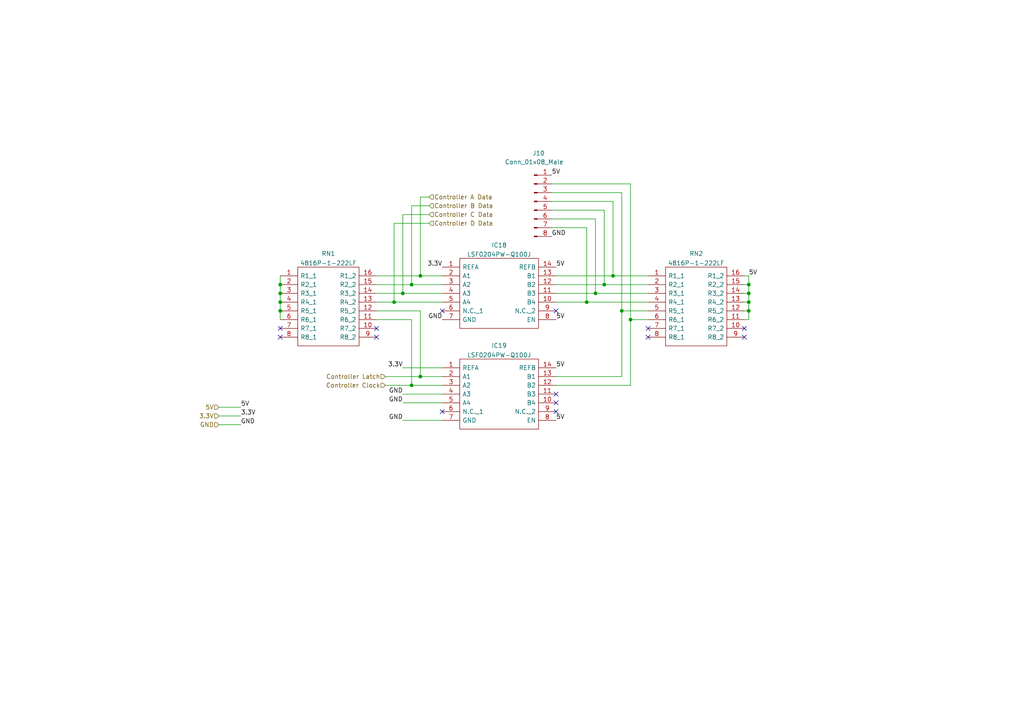
<source format=kicad_sch>
(kicad_sch (version 20211123) (generator eeschema)
  (paper "A4")
  (lib_symbols
    (symbol "Bourns:4816P-1-222LF" (pin_names (offset 0.762))
      (property "Reference" "RN" (at 24.13 7.62 0))
      (property "Value" "4816P-1-222LF" (at 24.13 5.08 0))
      (symbol "4816P-1-222LF_0_0"
        (pin passive line (at 0 0 0) (length 5.08) (name "R1_1") (number "1"))
        (pin passive line (at 27.94 -15.24 180) (length 5.08) (name "R7_2") (number "10"))
        (pin passive line (at 27.94 -12.7 180) (length 5.08) (name "R6_2") (number "11"))
        (pin passive line (at 27.94 -10.16 180) (length 5.08) (name "R5_2") (number "12"))
        (pin passive line (at 27.94 -7.62 180) (length 5.08) (name "R4_2") (number "13"))
        (pin passive line (at 27.94 -5.08 180) (length 5.08) (name "R3_2") (number "14"))
        (pin passive line (at 27.94 -2.54 180) (length 5.08) (name "R2_2") (number "15"))
        (pin passive line (at 27.94 0 180) (length 5.08) (name "R1_2") (number "16"))
        (pin passive line (at 0 -2.54 0) (length 5.08) (name "R2_1") (number "2"))
        (pin passive line (at 0 -5.08 0) (length 5.08) (name "R3_1") (number "3"))
        (pin passive line (at 0 -7.62 0) (length 5.08) (name "R4_1") (number "4"))
        (pin passive line (at 0 -10.16 0) (length 5.08) (name "R5_1") (number "5"))
        (pin passive line (at 0 -12.7 0) (length 5.08) (name "R6_1") (number "6"))
        (pin passive line (at 0 -15.24 0) (length 5.08) (name "R7_1") (number "7"))
        (pin passive line (at 0 -17.78 0) (length 5.08) (name "R8_1") (number "8"))
        (pin passive line (at 27.94 -17.78 180) (length 5.08) (name "R8_2") (number "9"))
      )
      (symbol "4816P-1-222LF_0_1"
        (polyline (pts (xy 5.08 2.54) (xy 22.86 2.54) (xy 22.86 -20.32) (xy 5.08 -20.32) (xy 5.08 2.54)) (stroke (width 0.1524)))
      )
    )
    (symbol "Connector:Conn_01x08_Male" (pin_names (offset 1.016) hide)
      (property "Reference" "J" (at 0 10.16 0))
      (property "Value" "Conn_01x08_Male" (at 0 -12.7 0))
      (symbol "Conn_01x08_Male_1_1"
        (polyline (pts (xy 1.27 -10.16) (xy 0.8636 -10.16)) (stroke (width 0.1524)))
        (polyline (pts (xy 1.27 -7.62) (xy 0.8636 -7.62)) (stroke (width 0.1524)))
        (polyline (pts (xy 1.27 -5.08) (xy 0.8636 -5.08)) (stroke (width 0.1524)))
        (polyline (pts (xy 1.27 -2.54) (xy 0.8636 -2.54)) (stroke (width 0.1524)))
        (polyline (pts (xy 1.27 0) (xy 0.8636 0)) (stroke (width 0.1524)))
        (polyline (pts (xy 1.27 2.54) (xy 0.8636 2.54)) (stroke (width 0.1524)))
        (polyline (pts (xy 1.27 5.08) (xy 0.8636 5.08)) (stroke (width 0.1524)))
        (polyline (pts (xy 1.27 7.62) (xy 0.8636 7.62)) (stroke (width 0.1524)))
        (rectangle (start 0.8636 -10.033) (end 0 -10.287) (stroke (width 0.1524)) (fill (type outline)))
        (rectangle (start 0.8636 -7.493) (end 0 -7.747) (stroke (width 0.1524)) (fill (type outline)))
        (rectangle (start 0.8636 -4.953) (end 0 -5.207) (stroke (width 0.1524)) (fill (type outline)))
        (rectangle (start 0.8636 -2.413) (end 0 -2.667) (stroke (width 0.1524)) (fill (type outline)))
        (rectangle (start 0.8636 0.127) (end 0 -0.127) (stroke (width 0.1524)) (fill (type outline)))
        (rectangle (start 0.8636 2.667) (end 0 2.413) (stroke (width 0.1524)) (fill (type outline)))
        (rectangle (start 0.8636 5.207) (end 0 4.953) (stroke (width 0.1524)) (fill (type outline)))
        (rectangle (start 0.8636 7.747) (end 0 7.493) (stroke (width 0.1524)) (fill (type outline)))
        (pin passive line (at 5.08 7.62 180) (length 3.81) (name "Pin_1") (number "1"))
        (pin passive line (at 5.08 5.08 180) (length 3.81) (name "Pin_2") (number "2"))
        (pin passive line (at 5.08 2.54 180) (length 3.81) (name "Pin_3") (number "3"))
        (pin passive line (at 5.08 0 180) (length 3.81) (name "Pin_4") (number "4"))
        (pin passive line (at 5.08 -2.54 180) (length 3.81) (name "Pin_5") (number "5"))
        (pin passive line (at 5.08 -5.08 180) (length 3.81) (name "Pin_6") (number "6"))
        (pin passive line (at 5.08 -7.62 180) (length 3.81) (name "Pin_7") (number "7"))
        (pin passive line (at 5.08 -10.16 180) (length 3.81) (name "Pin_8") (number "8"))
      )
    )
    (symbol "Nexperia:LSF0204PW-Q100J" (pin_names (offset 0.762))
      (property "Reference" "IC" (at 29.21 7.62 0))
      (property "Value" "LSF0204PW-Q100J" (at 29.21 5.08 0))
      (symbol "LSF0204PW-Q100J_0_0"
        (pin passive line (at 0 0 0) (length 5.08) (name "REFA") (number "1"))
        (pin passive line (at 33.02 -10.16 180) (length 5.08) (name "B4") (number "10"))
        (pin passive line (at 33.02 -7.62 180) (length 5.08) (name "B3") (number "11"))
        (pin passive line (at 33.02 -5.08 180) (length 5.08) (name "B2") (number "12"))
        (pin passive line (at 33.02 -2.54 180) (length 5.08) (name "B1") (number "13"))
        (pin passive line (at 33.02 0 180) (length 5.08) (name "REFB") (number "14"))
        (pin passive line (at 0 -2.54 0) (length 5.08) (name "A1") (number "2"))
        (pin passive line (at 0 -5.08 0) (length 5.08) (name "A2") (number "3"))
        (pin passive line (at 0 -7.62 0) (length 5.08) (name "A3") (number "4"))
        (pin passive line (at 0 -10.16 0) (length 5.08) (name "A4") (number "5"))
        (pin passive line (at 0 -12.7 0) (length 5.08) (name "N.C._1") (number "6"))
        (pin passive line (at 0 -15.24 0) (length 5.08) (name "GND") (number "7"))
        (pin passive line (at 33.02 -15.24 180) (length 5.08) (name "EN") (number "8"))
        (pin passive line (at 33.02 -12.7 180) (length 5.08) (name "N.C._2") (number "9"))
      )
      (symbol "LSF0204PW-Q100J_0_1"
        (polyline (pts (xy 5.08 2.54) (xy 27.94 2.54) (xy 27.94 -17.78) (xy 5.08 -17.78) (xy 5.08 2.54)) (stroke (width 0.1524)))
      )
    )
  )
  (junction (at 182.88 92.71))
  (junction (at 217.17 85.09))
  (junction (at 81.28 82.55))
  (junction (at 172.72 85.09))
  (junction (at 121.92 80.01))
  (junction (at 116.84 85.09))
  (junction (at 175.26 82.55))
  (junction (at 81.28 87.63))
  (junction (at 81.28 90.17))
  (junction (at 217.17 87.63))
  (junction (at 119.38 111.76))
  (junction (at 217.17 90.17))
  (junction (at 119.38 82.55))
  (junction (at 121.92 109.22))
  (junction (at 81.28 85.09))
  (junction (at 114.3 87.63))
  (junction (at 170.18 87.63))
  (junction (at 177.8 80.01))
  (junction (at 180.34 90.17))
  (junction (at 217.17 82.55))
  (no_connect (at 161.29 114.3))
  (no_connect (at 109.22 95.25))
  (no_connect (at 128.27 119.38))
  (no_connect (at 215.9 95.25))
  (no_connect (at 81.28 95.25))
  (no_connect (at 161.29 90.17))
  (no_connect (at 215.9 97.79))
  (no_connect (at 187.96 97.79))
  (no_connect (at 109.22 97.79))
  (no_connect (at 128.27 90.17))
  (no_connect (at 161.29 119.38))
  (no_connect (at 187.96 95.25))
  (no_connect (at 161.29 116.84))
  (no_connect (at 81.28 97.79))
  (wire (pts (xy 217.17 82.55) (xy 215.9 82.55)))
  (wire (pts (xy 63.5 120.65) (xy 69.85 120.65)))
  (wire (pts (xy 182.88 111.76) (xy 182.88 92.71)))
  (wire (pts (xy 172.72 63.5) (xy 172.72 85.09)))
  (wire (pts (xy 161.29 82.55) (xy 175.26 82.55)))
  (wire (pts (xy 116.84 116.84) (xy 128.27 116.84)))
  (wire (pts (xy 217.17 82.55) (xy 217.17 85.09)))
  (wire (pts (xy 116.84 121.92) (xy 128.27 121.92)))
  (wire (pts (xy 81.28 82.55) (xy 81.28 85.09)))
  (wire (pts (xy 116.84 114.3) (xy 128.27 114.3)))
  (wire (pts (xy 81.28 85.09) (xy 81.28 87.63)))
  (wire (pts (xy 109.22 92.71) (xy 119.38 92.71)))
  (wire (pts (xy 217.17 90.17) (xy 217.17 92.71)))
  (wire (pts (xy 160.02 55.88) (xy 180.34 55.88)))
  (wire (pts (xy 109.22 87.63) (xy 114.3 87.63)))
  (wire (pts (xy 170.18 66.04) (xy 170.18 87.63)))
  (wire (pts (xy 182.88 53.34) (xy 160.02 53.34)))
  (wire (pts (xy 217.17 87.63) (xy 217.17 90.17)))
  (wire (pts (xy 81.28 90.17) (xy 81.28 92.71)))
  (wire (pts (xy 160.02 60.96) (xy 175.26 60.96)))
  (wire (pts (xy 116.84 62.23) (xy 124.46 62.23)))
  (wire (pts (xy 217.17 90.17) (xy 215.9 90.17)))
  (wire (pts (xy 119.38 59.69) (xy 119.38 82.55)))
  (wire (pts (xy 161.29 87.63) (xy 170.18 87.63)))
  (wire (pts (xy 217.17 85.09) (xy 217.17 87.63)))
  (wire (pts (xy 63.5 123.19) (xy 69.85 123.19)))
  (wire (pts (xy 180.34 90.17) (xy 187.96 90.17)))
  (wire (pts (xy 109.22 85.09) (xy 116.84 85.09)))
  (wire (pts (xy 121.92 80.01) (xy 121.92 57.15)))
  (wire (pts (xy 119.38 111.76) (xy 128.27 111.76)))
  (wire (pts (xy 114.3 87.63) (xy 128.27 87.63)))
  (wire (pts (xy 161.29 80.01) (xy 177.8 80.01)))
  (wire (pts (xy 160.02 63.5) (xy 172.72 63.5)))
  (wire (pts (xy 182.88 92.71) (xy 187.96 92.71)))
  (wire (pts (xy 116.84 85.09) (xy 128.27 85.09)))
  (wire (pts (xy 109.22 90.17) (xy 121.92 90.17)))
  (wire (pts (xy 215.9 92.71) (xy 217.17 92.71)))
  (wire (pts (xy 177.8 80.01) (xy 187.96 80.01)))
  (wire (pts (xy 119.38 82.55) (xy 128.27 82.55)))
  (wire (pts (xy 119.38 59.69) (xy 124.46 59.69)))
  (wire (pts (xy 121.92 80.01) (xy 128.27 80.01)))
  (wire (pts (xy 217.17 80.01) (xy 217.17 82.55)))
  (wire (pts (xy 109.22 80.01) (xy 121.92 80.01)))
  (wire (pts (xy 175.26 82.55) (xy 187.96 82.55)))
  (wire (pts (xy 121.92 109.22) (xy 128.27 109.22)))
  (wire (pts (xy 81.28 80.01) (xy 81.28 82.55)))
  (wire (pts (xy 114.3 64.77) (xy 124.46 64.77)))
  (wire (pts (xy 215.9 87.63) (xy 217.17 87.63)))
  (wire (pts (xy 182.88 92.71) (xy 182.88 53.34)))
  (wire (pts (xy 81.28 87.63) (xy 81.28 90.17)))
  (wire (pts (xy 172.72 85.09) (xy 187.96 85.09)))
  (wire (pts (xy 177.8 58.42) (xy 177.8 80.01)))
  (wire (pts (xy 180.34 90.17) (xy 180.34 109.22)))
  (wire (pts (xy 121.92 90.17) (xy 121.92 109.22)))
  (wire (pts (xy 121.92 57.15) (xy 124.46 57.15)))
  (wire (pts (xy 109.22 82.55) (xy 119.38 82.55)))
  (wire (pts (xy 116.84 62.23) (xy 116.84 85.09)))
  (wire (pts (xy 160.02 58.42) (xy 177.8 58.42)))
  (wire (pts (xy 161.29 85.09) (xy 172.72 85.09)))
  (wire (pts (xy 119.38 92.71) (xy 119.38 111.76)))
  (wire (pts (xy 111.76 109.22) (xy 121.92 109.22)))
  (wire (pts (xy 180.34 109.22) (xy 161.29 109.22)))
  (wire (pts (xy 161.29 111.76) (xy 182.88 111.76)))
  (wire (pts (xy 175.26 60.96) (xy 175.26 82.55)))
  (wire (pts (xy 160.02 66.04) (xy 170.18 66.04)))
  (wire (pts (xy 217.17 80.01) (xy 215.9 80.01)))
  (wire (pts (xy 63.5 118.11) (xy 69.85 118.11)))
  (wire (pts (xy 180.34 55.88) (xy 180.34 90.17)))
  (wire (pts (xy 116.84 106.68) (xy 128.27 106.68)))
  (wire (pts (xy 111.76 111.76) (xy 119.38 111.76)))
  (wire (pts (xy 215.9 85.09) (xy 217.17 85.09)))
  (wire (pts (xy 170.18 87.63) (xy 187.96 87.63)))
  (wire (pts (xy 114.3 64.77) (xy 114.3 87.63)))
  (label "3.3V" (at 128.27 77.47 180))
  (label "GND" (at 116.84 114.3 180))
  (label "5V" (at 161.29 106.68 0))
  (label "5V" (at 161.29 121.92 0))
  (label "3.3V" (at 69.85 120.65 0))
  (label "5V" (at 69.85 118.11 0))
  (label "GND" (at 128.27 92.71 180))
  (label "GND" (at 116.84 121.92 180))
  (label "5V" (at 161.29 92.71 0))
  (label "GND" (at 116.84 116.84 180))
  (label "3.3V" (at 116.84 106.68 180))
  (label "5V" (at 217.17 80.01 0))
  (label "GND" (at 69.85 123.19 0))
  (label "5V" (at 161.29 77.47 0))
  (label "GND" (at 160.02 68.58 0))
  (label "5V" (at 160.02 50.8 0))
  (hierarchical_label "GND" (shape input) (at 63.5 123.19 180))
  (hierarchical_label "Controller D Data" (shape input) (at 124.46 64.77 0))
  (hierarchical_label "Controller Latch" (shape input) (at 111.76 109.22 180))
  (hierarchical_label "5V" (shape input) (at 63.5 118.11 180))
  (hierarchical_label "Controller Clock" (shape input) (at 111.76 111.76 180))
  (hierarchical_label "3.3V" (shape input) (at 63.5 120.65 180))
  (hierarchical_label "Controller C Data" (shape input) (at 124.46 62.23 0))
  (hierarchical_label "Controller B Data" (shape input) (at 124.46 59.69 0))
  (hierarchical_label "Controller A Data" (shape input) (at 124.46 57.15 0))
  (symbol (lib_id "Bourns:4816P-1-222LF") (at 81.28 80.01 0) (unit 1)
    (property "Reference" "RN1" (at 95.25 73.5543 0))
    (property "Value" "4816P-1-222LF" (at 95.25 76.3294 0))
    (property "Footprint" "SOIC127P762X215-16N" (effects hide))
    (property "Datasheet" "https://www.bourns.com/pdfs/4800P.pdf" (effects hide))
    (property "Description" "Bourns 4800P Series 2.2k Isolated Resistor Network, 8 Resistors, 1.28W total DIP Package Pin" (effects hide))
    (property "Height" "2.15" (effects hide))
    (property "Manufacturer_Name" "Bourns" (effects hide))
    (property "Manufacturer_Part_Number" "4816P-1-222LF" (effects hide))
    (property "Mouser Part Number" "652-4816P-1LF-2.2K" (effects hide))
    (property "Mouser Price/Stock" "https://www.mouser.co.uk/ProductDetail/Bourns/4816P-1-222LF?qs=RWPSkEkPOWyLUoLiQ8qlEw%3D%3D" (effects hide))
    (property "Arrow Part Number" "4816P-1-222LF" (effects hide))
    (property "Arrow Price/Stock" "https://www.arrow.com/en/products/4816p-1-222lf/bourns" (effects hide))
  )
  (symbol (lib_id "Connector:Conn_01x08_Male") (at 154.94 58.42 0) (unit 1)
    (property "Reference" "J10" (at 156.21 44.45 0))
    (property "Value" "Conn_01x08_Male" (at 154.94 46.99 0))
    (property "Footprint" "Connector_PinHeader_2.54mm:PinHeader_1x08_P2.54mm_Vertical" (effects hide))
  )
  (symbol (lib_id "Bourns:4816P-1-222LF") (at 187.96 80.01 0) (unit 1)
    (property "Reference" "RN2" (at 201.93 73.5543 0))
    (property "Value" "4816P-1-222LF" (at 201.93 76.3294 0))
    (property "Footprint" "SOIC127P762X215-16N" (effects hide))
    (property "Datasheet" "https://www.bourns.com/pdfs/4800P.pdf" (effects hide))
    (property "Description" "Bourns 4800P Series 2.2k Isolated Resistor Network, 8 Resistors, 1.28W total DIP Package Pin" (effects hide))
    (property "Height" "2.15" (effects hide))
    (property "Manufacturer_Name" "Bourns" (effects hide))
    (property "Manufacturer_Part_Number" "4816P-1-222LF" (effects hide))
    (property "Mouser Part Number" "652-4816P-1LF-2.2K" (effects hide))
    (property "Mouser Price/Stock" "https://www.mouser.co.uk/ProductDetail/Bourns/4816P-1-222LF?qs=RWPSkEkPOWyLUoLiQ8qlEw%3D%3D" (effects hide))
    (property "Arrow Part Number" "4816P-1-222LF" (effects hide))
    (property "Arrow Price/Stock" "https://www.arrow.com/en/products/4816p-1-222lf/bourns" (effects hide))
  )
  (symbol (lib_id "Nexperia:LSF0204PW-Q100J") (at 128.27 106.68 0) (unit 1)
    (property "Reference" "IC19" (at 144.78 100.2243 0))
    (property "Value" "LSF0204PW-Q100J" (at 144.78 102.9994 0))
    (property "Footprint" "SOP65P640X110-14N" (effects hide))
    (property "Datasheet" "https://assets.nexperia.com/documents/data-sheet/LSF0204_Q100.pdf" (effects hide))
    (property "Description" "Translation - Voltage Levels ANALOG & LOGIC ICS" (effects hide))
    (property "Height" "1.1" (effects hide))
    (property "Mouser Part Number" "771-LSF0204PW-Q100J" (effects hide))
    (property "Mouser Price/Stock" "https://www.mouser.co.uk/ProductDetail/Nexperia/LSF0204PW-Q100J?qs=DPoM0jnrROXA8naUdxkzeA%3D%3D" (effects hide))
    (property "Manufacturer_Name" "Nexperia" (effects hide))
    (property "Manufacturer_Part_Number" "LSF0204PW-Q100J" (effects hide))
  )
  (symbol (lib_id "Nexperia:LSF0204PW-Q100J") (at 128.27 77.47 0) (unit 1)
    (property "Reference" "IC18" (at 144.78 71.12 0))
    (property "Value" "LSF0204PW-Q100J" (at 144.78 73.7894 0))
    (property "Footprint" "SOP65P640X110-14N" (effects hide))
    (property "Datasheet" "https://assets.nexperia.com/documents/data-sheet/LSF0204_Q100.pdf" (effects hide))
    (property "Description" "Translation - Voltage Levels ANALOG & LOGIC ICS" (effects hide))
    (property "Height" "1.1" (effects hide))
    (property "Mouser Part Number" "771-LSF0204PW-Q100J" (effects hide))
    (property "Mouser Price/Stock" "https://www.mouser.co.uk/ProductDetail/Nexperia/LSF0204PW-Q100J?qs=DPoM0jnrROXA8naUdxkzeA%3D%3D" (effects hide))
    (property "Manufacturer_Name" "Nexperia" (effects hide))
    (property "Manufacturer_Part_Number" "LSF0204PW-Q100J" (effects hide))
  )
)
</source>
